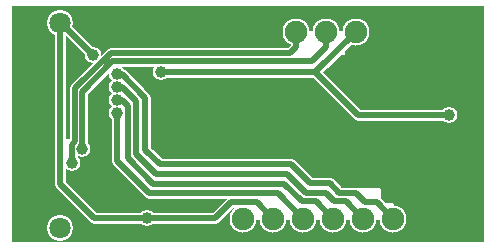
<source format=gbr>
%FSLAX34Y34*%
%MOMM*%
%LNCOPPER_BOTTOM*%
G71*
G01*
%ADD10C, 1.40*%
%ADD11C, 2.20*%
%ADD12C, 2.30*%
%ADD13C, 0.90*%
%ADD14C, 0.20*%
%ADD15C, 1.00*%
%ADD16C, 1.80*%
%ADD17C, 1.90*%
%ADD18C, 0.50*%
%LPD*%
G36*
X0Y0D02*
X400000Y0D01*
X400000Y-200000D01*
X0Y-200000D01*
X0Y0D01*
G37*
%LPC*%
X68900Y-42000D02*
G54D10*
D03*
X114100Y-179700D02*
G54D10*
D03*
X40900Y-14800D02*
G54D11*
D03*
X40900Y-188200D02*
G54D11*
D03*
X323100Y-180100D02*
G54D12*
D03*
X297700Y-180100D02*
G54D12*
D03*
X272300Y-180100D02*
G54D12*
D03*
X246900Y-180100D02*
G54D12*
D03*
X221500Y-180100D02*
G54D12*
D03*
X196100Y-180100D02*
G54D12*
D03*
G54D13*
X114100Y-179700D02*
X69800Y-179700D01*
X40700Y-150600D01*
X40700Y-15000D01*
X40900Y-14800D01*
G54D13*
X40900Y-14800D02*
X41700Y-14800D01*
X68900Y-42000D01*
X89100Y-58000D02*
G54D10*
D03*
X89100Y-69000D02*
G54D10*
D03*
X89100Y-79900D02*
G54D10*
D03*
X89100Y-90800D02*
G54D10*
D03*
G54D13*
X114100Y-179700D02*
X171700Y-179700D01*
X185300Y-166100D01*
X207500Y-166100D01*
X221500Y-180100D01*
G54D13*
X89100Y-90800D02*
X89100Y-131262D01*
X116212Y-158375D01*
X225175Y-158375D01*
X246900Y-180100D01*
G54D13*
X89100Y-79900D02*
X93200Y-79900D01*
X98200Y-84900D01*
X98200Y-129000D01*
X119700Y-150500D01*
X230700Y-150500D01*
X245800Y-165600D01*
X257800Y-165600D01*
X272300Y-180100D01*
G54D13*
X89100Y-69000D02*
X93300Y-69000D01*
X105200Y-80900D01*
X105200Y-125300D01*
X122400Y-142500D01*
X233200Y-142500D01*
X249000Y-158300D01*
X265600Y-158300D01*
X272900Y-165600D01*
X283200Y-165600D01*
X297700Y-180100D01*
G54D13*
X89100Y-58000D02*
X93000Y-58000D01*
X112700Y-77700D01*
X112700Y-121700D01*
X125100Y-134100D01*
X236000Y-134100D01*
X252200Y-150300D01*
X269100Y-150300D01*
X276900Y-158100D01*
X291000Y-158100D01*
X299000Y-166100D01*
X309100Y-166100D01*
X323100Y-180100D01*
X240200Y-22400D02*
G54D12*
D03*
X265600Y-22400D02*
G54D12*
D03*
X291000Y-22400D02*
G54D12*
D03*
X126400Y-56400D02*
G54D10*
D03*
G54D13*
X126400Y-56400D02*
X257000Y-56400D01*
X291000Y-22400D01*
X59400Y-121400D02*
G54D10*
D03*
X50800Y-132800D02*
G54D10*
D03*
G54D13*
X59400Y-121400D02*
X59400Y-72600D01*
X85000Y-47000D01*
X253800Y-47000D01*
X265900Y-34900D01*
X265900Y-22700D01*
X265600Y-22400D01*
G54D13*
X240200Y-22400D02*
X240200Y-34800D01*
X235500Y-39500D01*
X83600Y-39500D01*
X53200Y-69900D01*
X53200Y-114800D01*
X50600Y-117400D01*
X50600Y-132600D01*
X50800Y-132800D01*
X370000Y-92400D02*
G54D10*
D03*
G54D13*
X370000Y-92400D02*
X293000Y-92400D01*
X257000Y-56400D01*
G36*
X257000Y-56400D02*
X123800Y-56400D01*
X123800Y-40900D01*
X257000Y-40900D01*
X257000Y-56400D01*
G37*
G54D14*
X257000Y-56400D02*
X123800Y-56400D01*
X123800Y-40900D01*
X257000Y-40900D01*
X257000Y-56400D01*
G36*
X311900Y-169600D02*
X185300Y-169600D01*
X185300Y-154900D01*
X311900Y-154900D01*
X311900Y-169600D01*
G37*
G54D14*
X311900Y-169600D02*
X185300Y-169600D01*
X185300Y-154900D01*
X311900Y-154900D01*
X311900Y-169600D01*
G36*
X323100Y-180100D02*
X199000Y-180100D01*
X199000Y-167800D01*
X323100Y-167800D01*
X323100Y-180100D01*
G37*
G54D14*
X323100Y-180100D02*
X199000Y-180100D01*
X199000Y-167800D01*
X323100Y-167800D01*
X323100Y-180100D01*
G36*
X39900Y-113300D02*
X50800Y-113300D01*
X50800Y-132800D01*
X39900Y-132800D01*
X39900Y-113300D01*
G37*
G54D14*
X39900Y-113300D02*
X50800Y-113300D01*
X50800Y-132800D01*
X39900Y-132800D01*
X39900Y-113300D01*
G36*
X240200Y-22400D02*
X281100Y-22400D01*
X281100Y-40600D01*
X240200Y-40600D01*
X240200Y-22400D01*
G37*
G54D14*
X240200Y-22400D02*
X281100Y-22400D01*
X281100Y-40600D01*
X240200Y-40600D01*
X240200Y-22400D01*
G36*
X115200Y-132500D02*
X89100Y-132500D01*
X89100Y-79900D01*
X115200Y-79900D01*
X115200Y-132500D01*
G37*
G54D14*
X115200Y-132500D02*
X89100Y-132500D01*
X89100Y-79900D01*
X115200Y-79900D01*
X115200Y-132500D01*
%LPD*%
X68900Y-42000D02*
G54D15*
D03*
X114100Y-179700D02*
G54D15*
D03*
X40900Y-14800D02*
G54D16*
D03*
X40900Y-188200D02*
G54D16*
D03*
X323100Y-180100D02*
G54D17*
D03*
X297700Y-180100D02*
G54D17*
D03*
X272300Y-180100D02*
G54D17*
D03*
X246900Y-180100D02*
G54D17*
D03*
X221500Y-180100D02*
G54D17*
D03*
X196100Y-180100D02*
G54D17*
D03*
G54D18*
X114100Y-179700D02*
X69800Y-179700D01*
X40700Y-150600D01*
X40700Y-15000D01*
X40900Y-14800D01*
G54D18*
X40900Y-14800D02*
X41700Y-14800D01*
X68900Y-42000D01*
X89100Y-58000D02*
G54D15*
D03*
X89100Y-69000D02*
G54D15*
D03*
X89100Y-79900D02*
G54D15*
D03*
X89100Y-90800D02*
G54D15*
D03*
G54D18*
X114100Y-179700D02*
X171700Y-179700D01*
X185300Y-166100D01*
X207500Y-166100D01*
X221500Y-180100D01*
G54D18*
X89100Y-90800D02*
X89100Y-131262D01*
X116212Y-158375D01*
X225175Y-158375D01*
X246900Y-180100D01*
G54D18*
X89100Y-79900D02*
X93200Y-79900D01*
X98200Y-84900D01*
X98200Y-129000D01*
X119700Y-150500D01*
X230700Y-150500D01*
X245800Y-165600D01*
X257800Y-165600D01*
X272300Y-180100D01*
G54D18*
X89100Y-69000D02*
X93300Y-69000D01*
X105200Y-80900D01*
X105200Y-125300D01*
X122400Y-142500D01*
X233200Y-142500D01*
X249000Y-158300D01*
X265600Y-158300D01*
X272900Y-165600D01*
X283200Y-165600D01*
X297700Y-180100D01*
G54D18*
X89100Y-58000D02*
X93000Y-58000D01*
X112700Y-77700D01*
X112700Y-121700D01*
X125100Y-134100D01*
X236000Y-134100D01*
X252200Y-150300D01*
X269100Y-150300D01*
X276900Y-158100D01*
X291000Y-158100D01*
X299000Y-166100D01*
X309100Y-166100D01*
X323100Y-180100D01*
X240200Y-22400D02*
G54D17*
D03*
X265600Y-22400D02*
G54D17*
D03*
X291000Y-22400D02*
G54D17*
D03*
X126400Y-56400D02*
G54D15*
D03*
G54D18*
X126400Y-56400D02*
X257000Y-56400D01*
X291000Y-22400D01*
X59400Y-121400D02*
G54D15*
D03*
X50800Y-132800D02*
G54D15*
D03*
G54D18*
X59400Y-121400D02*
X59400Y-72600D01*
X85000Y-47000D01*
X253800Y-47000D01*
X265900Y-34900D01*
X265900Y-22700D01*
X265600Y-22400D01*
G54D18*
X240200Y-22400D02*
X240200Y-34800D01*
X235500Y-39500D01*
X83600Y-39500D01*
X53200Y-69900D01*
X53200Y-114800D01*
X50600Y-117400D01*
X50600Y-132600D01*
X50800Y-132800D01*
X370000Y-92400D02*
G54D15*
D03*
G54D18*
X370000Y-92400D02*
X293000Y-92400D01*
X257000Y-56400D01*
M02*

</source>
